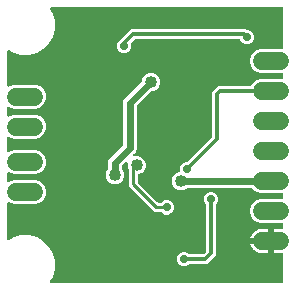
<source format=gbr>
G04 EAGLE Gerber RS-274X export*
G75*
%MOMM*%
%FSLAX34Y34*%
%LPD*%
%INBottom Copper*%
%IPPOS*%
%AMOC8*
5,1,8,0,0,1.08239X$1,22.5*%
G01*
%ADD10C,1.524000*%
%ADD11C,1.016000*%
%ADD12C,0.609600*%
%ADD13C,0.304800*%
%ADD14C,0.711200*%
%ADD15C,0.254000*%

G36*
X242688Y10176D02*
X242688Y10176D01*
X242807Y10183D01*
X242845Y10196D01*
X242886Y10201D01*
X242996Y10244D01*
X243109Y10281D01*
X243144Y10303D01*
X243181Y10318D01*
X243277Y10387D01*
X243378Y10451D01*
X243406Y10481D01*
X243439Y10504D01*
X243515Y10596D01*
X243596Y10683D01*
X243616Y10718D01*
X243641Y10749D01*
X243692Y10857D01*
X243750Y10961D01*
X243760Y11001D01*
X243777Y11037D01*
X243799Y11154D01*
X243829Y11269D01*
X243833Y11329D01*
X243837Y11349D01*
X243835Y11370D01*
X243839Y11430D01*
X243839Y34349D01*
X243832Y34408D01*
X243834Y34467D01*
X243812Y34565D01*
X243799Y34664D01*
X243777Y34720D01*
X243765Y34778D01*
X243719Y34867D01*
X243682Y34960D01*
X243647Y35008D01*
X243620Y35061D01*
X243554Y35136D01*
X243496Y35217D01*
X243450Y35255D01*
X243410Y35300D01*
X243328Y35356D01*
X243251Y35420D01*
X243197Y35445D01*
X243147Y35479D01*
X243053Y35513D01*
X242963Y35556D01*
X242904Y35567D01*
X242848Y35587D01*
X242749Y35597D01*
X242651Y35615D01*
X242591Y35612D01*
X242532Y35617D01*
X242371Y35602D01*
X242100Y35559D01*
X236219Y35559D01*
X236219Y44450D01*
X236204Y44568D01*
X236197Y44687D01*
X236184Y44725D01*
X236179Y44765D01*
X236136Y44876D01*
X236099Y44989D01*
X236077Y45023D01*
X236062Y45061D01*
X235992Y45157D01*
X235929Y45258D01*
X235899Y45286D01*
X235875Y45318D01*
X235784Y45394D01*
X235697Y45476D01*
X235662Y45495D01*
X235631Y45521D01*
X235523Y45572D01*
X235419Y45629D01*
X235379Y45640D01*
X235343Y45657D01*
X235226Y45679D01*
X235111Y45709D01*
X235050Y45713D01*
X235030Y45717D01*
X235010Y45715D01*
X234950Y45719D01*
X233679Y45719D01*
X233679Y45721D01*
X234950Y45721D01*
X235068Y45736D01*
X235187Y45743D01*
X235225Y45756D01*
X235265Y45761D01*
X235376Y45805D01*
X235489Y45841D01*
X235524Y45863D01*
X235561Y45878D01*
X235657Y45948D01*
X235758Y46011D01*
X235786Y46041D01*
X235819Y46065D01*
X235894Y46156D01*
X235976Y46243D01*
X235996Y46278D01*
X236021Y46310D01*
X236072Y46417D01*
X236130Y46522D01*
X236140Y46561D01*
X236157Y46597D01*
X236179Y46714D01*
X236209Y46829D01*
X236213Y46890D01*
X236217Y46910D01*
X236215Y46930D01*
X236219Y46990D01*
X236219Y55881D01*
X242100Y55881D01*
X242371Y55838D01*
X242431Y55836D01*
X242490Y55825D01*
X242589Y55831D01*
X242689Y55828D01*
X242747Y55841D01*
X242807Y55844D01*
X242902Y55875D01*
X243000Y55897D01*
X243053Y55924D01*
X243109Y55942D01*
X243194Y55996D01*
X243283Y56041D01*
X243328Y56081D01*
X243378Y56113D01*
X243447Y56185D01*
X243522Y56251D01*
X243555Y56301D01*
X243596Y56344D01*
X243644Y56432D01*
X243701Y56514D01*
X243721Y56571D01*
X243750Y56623D01*
X243775Y56719D01*
X243809Y56814D01*
X243814Y56873D01*
X243829Y56931D01*
X243836Y57038D01*
X243837Y57042D01*
X243836Y57047D01*
X243839Y57091D01*
X243839Y59690D01*
X243824Y59808D01*
X243817Y59927D01*
X243804Y59965D01*
X243799Y60006D01*
X243756Y60116D01*
X243719Y60229D01*
X243697Y60264D01*
X243682Y60301D01*
X243613Y60397D01*
X243549Y60498D01*
X243519Y60526D01*
X243496Y60559D01*
X243404Y60635D01*
X243317Y60716D01*
X243282Y60736D01*
X243251Y60761D01*
X243143Y60812D01*
X243039Y60870D01*
X242999Y60880D01*
X242963Y60897D01*
X242846Y60919D01*
X242731Y60949D01*
X242671Y60953D01*
X242651Y60957D01*
X242630Y60955D01*
X242570Y60959D01*
X224039Y60959D01*
X220304Y62506D01*
X217446Y65364D01*
X215899Y69099D01*
X215899Y73141D01*
X217446Y76876D01*
X220304Y79734D01*
X224039Y81281D01*
X242570Y81281D01*
X242688Y81296D01*
X242807Y81303D01*
X242845Y81316D01*
X242886Y81321D01*
X242996Y81364D01*
X243109Y81401D01*
X243144Y81423D01*
X243181Y81438D01*
X243277Y81507D01*
X243378Y81571D01*
X243406Y81601D01*
X243439Y81624D01*
X243515Y81716D01*
X243596Y81803D01*
X243616Y81838D01*
X243641Y81869D01*
X243692Y81977D01*
X243750Y82081D01*
X243760Y82121D01*
X243777Y82157D01*
X243799Y82274D01*
X243829Y82389D01*
X243833Y82449D01*
X243837Y82469D01*
X243835Y82490D01*
X243839Y82550D01*
X243839Y85090D01*
X243824Y85208D01*
X243817Y85327D01*
X243804Y85365D01*
X243799Y85406D01*
X243756Y85516D01*
X243719Y85629D01*
X243697Y85664D01*
X243682Y85701D01*
X243613Y85797D01*
X243549Y85898D01*
X243519Y85926D01*
X243496Y85959D01*
X243404Y86035D01*
X243317Y86116D01*
X243282Y86136D01*
X243251Y86161D01*
X243143Y86212D01*
X243039Y86270D01*
X242999Y86280D01*
X242963Y86297D01*
X242846Y86319D01*
X242731Y86349D01*
X242671Y86353D01*
X242651Y86357D01*
X242630Y86355D01*
X242570Y86359D01*
X224039Y86359D01*
X220304Y87906D01*
X217651Y90560D01*
X217573Y90620D01*
X217501Y90688D01*
X217448Y90717D01*
X217400Y90754D01*
X217309Y90794D01*
X217222Y90842D01*
X217164Y90857D01*
X217108Y90881D01*
X217010Y90896D01*
X216914Y90921D01*
X216814Y90927D01*
X216794Y90931D01*
X216782Y90929D01*
X216754Y90931D01*
X163194Y90931D01*
X163096Y90919D01*
X162997Y90916D01*
X162939Y90899D01*
X162879Y90891D01*
X162787Y90855D01*
X162692Y90827D01*
X162639Y90797D01*
X162583Y90774D01*
X162503Y90716D01*
X162418Y90666D01*
X162342Y90600D01*
X162326Y90588D01*
X162318Y90578D01*
X162297Y90560D01*
X161797Y90059D01*
X158996Y88899D01*
X155964Y88899D01*
X153163Y90059D01*
X151019Y92203D01*
X149859Y95004D01*
X149859Y98036D01*
X151019Y100837D01*
X153163Y102981D01*
X155687Y104026D01*
X155790Y104085D01*
X155897Y104137D01*
X155928Y104163D01*
X155963Y104183D01*
X156049Y104266D01*
X156139Y104344D01*
X156162Y104376D01*
X156191Y104405D01*
X156253Y104506D01*
X156322Y104604D01*
X156336Y104641D01*
X156357Y104676D01*
X156392Y104789D01*
X156435Y104901D01*
X156439Y104941D01*
X156451Y104980D01*
X156457Y105098D01*
X156470Y105217D01*
X156464Y105257D01*
X156466Y105297D01*
X156463Y105312D01*
X156463Y107893D01*
X157391Y110134D01*
X159106Y111849D01*
X161347Y112777D01*
X162383Y112777D01*
X162481Y112789D01*
X162580Y112792D01*
X162638Y112809D01*
X162698Y112817D01*
X162790Y112853D01*
X162885Y112881D01*
X162937Y112911D01*
X162994Y112934D01*
X163074Y112992D01*
X163159Y113042D01*
X163235Y113108D01*
X163251Y113120D01*
X163259Y113130D01*
X163280Y113148D01*
X183524Y133392D01*
X183584Y133470D01*
X183652Y133542D01*
X183681Y133595D01*
X183718Y133643D01*
X183758Y133734D01*
X183806Y133821D01*
X183821Y133879D01*
X183845Y133935D01*
X183860Y134033D01*
X183885Y134129D01*
X183891Y134229D01*
X183895Y134249D01*
X183893Y134261D01*
X183895Y134289D01*
X183895Y171864D01*
X188816Y176785D01*
X215898Y176785D01*
X215927Y176788D01*
X215956Y176786D01*
X216084Y176808D01*
X216213Y176825D01*
X216241Y176835D01*
X216270Y176840D01*
X216388Y176894D01*
X216509Y176942D01*
X216533Y176959D01*
X216560Y176971D01*
X216661Y177052D01*
X216766Y177128D01*
X216785Y177151D01*
X216808Y177170D01*
X216886Y177273D01*
X216969Y177373D01*
X216982Y177400D01*
X216999Y177424D01*
X217070Y177568D01*
X217446Y178476D01*
X220304Y181334D01*
X224039Y182881D01*
X242570Y182881D01*
X242688Y182896D01*
X242807Y182903D01*
X242845Y182916D01*
X242886Y182921D01*
X242996Y182964D01*
X243109Y183001D01*
X243144Y183023D01*
X243181Y183038D01*
X243277Y183107D01*
X243378Y183171D01*
X243406Y183201D01*
X243439Y183224D01*
X243515Y183316D01*
X243596Y183403D01*
X243616Y183438D01*
X243641Y183469D01*
X243692Y183577D01*
X243750Y183681D01*
X243760Y183721D01*
X243777Y183757D01*
X243799Y183874D01*
X243829Y183989D01*
X243833Y184049D01*
X243837Y184069D01*
X243835Y184090D01*
X243839Y184150D01*
X243839Y186690D01*
X243824Y186808D01*
X243817Y186927D01*
X243804Y186965D01*
X243799Y187006D01*
X243756Y187116D01*
X243719Y187229D01*
X243697Y187264D01*
X243682Y187301D01*
X243613Y187397D01*
X243549Y187498D01*
X243519Y187526D01*
X243496Y187559D01*
X243404Y187635D01*
X243317Y187716D01*
X243282Y187736D01*
X243251Y187761D01*
X243143Y187812D01*
X243039Y187870D01*
X242999Y187880D01*
X242963Y187897D01*
X242846Y187919D01*
X242731Y187949D01*
X242671Y187953D01*
X242651Y187957D01*
X242630Y187955D01*
X242570Y187959D01*
X224039Y187959D01*
X220304Y189506D01*
X217446Y192364D01*
X215899Y196099D01*
X215899Y200141D01*
X217446Y203876D01*
X220304Y206734D01*
X224039Y208281D01*
X242570Y208281D01*
X242688Y208296D01*
X242807Y208303D01*
X242845Y208316D01*
X242886Y208321D01*
X242996Y208364D01*
X243109Y208401D01*
X243144Y208423D01*
X243181Y208438D01*
X243277Y208507D01*
X243378Y208571D01*
X243406Y208601D01*
X243439Y208624D01*
X243515Y208716D01*
X243596Y208803D01*
X243616Y208838D01*
X243641Y208869D01*
X243692Y208977D01*
X243750Y209081D01*
X243760Y209121D01*
X243777Y209157D01*
X243799Y209274D01*
X243829Y209389D01*
X243833Y209449D01*
X243837Y209469D01*
X243835Y209490D01*
X243839Y209550D01*
X243839Y242570D01*
X243824Y242688D01*
X243817Y242807D01*
X243804Y242845D01*
X243799Y242886D01*
X243756Y242996D01*
X243719Y243109D01*
X243697Y243144D01*
X243682Y243181D01*
X243613Y243277D01*
X243549Y243378D01*
X243519Y243406D01*
X243496Y243439D01*
X243404Y243515D01*
X243317Y243596D01*
X243282Y243616D01*
X243251Y243641D01*
X243143Y243692D01*
X243039Y243750D01*
X242999Y243760D01*
X242963Y243777D01*
X242846Y243799D01*
X242731Y243829D01*
X242671Y243833D01*
X242651Y243837D01*
X242630Y243835D01*
X242570Y243839D01*
X47853Y243839D01*
X47722Y243823D01*
X47590Y243812D01*
X47564Y243803D01*
X47538Y243799D01*
X47415Y243751D01*
X47289Y243707D01*
X47267Y243692D01*
X47242Y243682D01*
X47135Y243605D01*
X47024Y243531D01*
X47006Y243511D01*
X46985Y243496D01*
X46900Y243393D01*
X46811Y243295D01*
X46799Y243271D01*
X46782Y243251D01*
X46725Y243131D01*
X46664Y243014D01*
X46658Y242987D01*
X46646Y242963D01*
X46621Y242833D01*
X46591Y242704D01*
X46591Y242677D01*
X46586Y242651D01*
X46595Y242519D01*
X46597Y242386D01*
X46604Y242360D01*
X46606Y242333D01*
X46647Y242207D01*
X46682Y242080D01*
X46699Y242045D01*
X46704Y242031D01*
X46716Y242012D01*
X46754Y241935D01*
X48846Y238312D01*
X50561Y231912D01*
X50561Y225288D01*
X48846Y218888D01*
X45534Y213151D01*
X40849Y208466D01*
X35112Y205154D01*
X28712Y203439D01*
X22088Y203439D01*
X15688Y205154D01*
X12065Y207246D01*
X11942Y207297D01*
X11823Y207354D01*
X11796Y207359D01*
X11771Y207369D01*
X11640Y207389D01*
X11510Y207414D01*
X11484Y207412D01*
X11457Y207416D01*
X11325Y207402D01*
X11193Y207394D01*
X11167Y207386D01*
X11141Y207383D01*
X11016Y207337D01*
X10891Y207296D01*
X10868Y207281D01*
X10842Y207272D01*
X10734Y207197D01*
X10622Y207126D01*
X10603Y207106D01*
X10581Y207091D01*
X10495Y206991D01*
X10404Y206894D01*
X10391Y206870D01*
X10373Y206850D01*
X10314Y206731D01*
X10250Y206616D01*
X10244Y206589D01*
X10232Y206565D01*
X10204Y206435D01*
X10171Y206308D01*
X10169Y206269D01*
X10165Y206254D01*
X10166Y206232D01*
X10161Y206147D01*
X10161Y177841D01*
X10167Y177792D01*
X10165Y177743D01*
X10187Y177635D01*
X10201Y177526D01*
X10219Y177480D01*
X10229Y177431D01*
X10277Y177332D01*
X10318Y177230D01*
X10347Y177190D01*
X10369Y177145D01*
X10440Y177062D01*
X10504Y176973D01*
X10543Y176941D01*
X10575Y176903D01*
X10665Y176840D01*
X10749Y176770D01*
X10794Y176749D01*
X10835Y176720D01*
X10938Y176681D01*
X11037Y176635D01*
X11086Y176625D01*
X11132Y176608D01*
X11242Y176595D01*
X11349Y176575D01*
X11399Y176578D01*
X11448Y176572D01*
X11557Y176588D01*
X11667Y176595D01*
X11714Y176610D01*
X11763Y176617D01*
X11916Y176669D01*
X15759Y178261D01*
X35041Y178261D01*
X38776Y176714D01*
X41634Y173856D01*
X43181Y170121D01*
X43181Y166079D01*
X41634Y162344D01*
X38776Y159486D01*
X35041Y157939D01*
X15759Y157939D01*
X11916Y159531D01*
X11868Y159544D01*
X11823Y159565D01*
X11715Y159586D01*
X11609Y159615D01*
X11559Y159616D01*
X11510Y159625D01*
X11401Y159618D01*
X11291Y159620D01*
X11243Y159609D01*
X11193Y159605D01*
X11089Y159572D01*
X10982Y159546D01*
X10938Y159523D01*
X10891Y159507D01*
X10798Y159449D01*
X10701Y159397D01*
X10664Y159364D01*
X10622Y159337D01*
X10547Y159257D01*
X10465Y159183D01*
X10438Y159142D01*
X10404Y159106D01*
X10351Y159010D01*
X10291Y158918D01*
X10274Y158871D01*
X10250Y158827D01*
X10223Y158721D01*
X10187Y158617D01*
X10183Y158567D01*
X10171Y158519D01*
X10161Y158359D01*
X10161Y152441D01*
X10167Y152392D01*
X10165Y152343D01*
X10187Y152235D01*
X10201Y152126D01*
X10219Y152080D01*
X10229Y152031D01*
X10277Y151932D01*
X10318Y151830D01*
X10347Y151790D01*
X10369Y151745D01*
X10440Y151662D01*
X10504Y151573D01*
X10543Y151541D01*
X10575Y151503D01*
X10665Y151440D01*
X10749Y151370D01*
X10794Y151349D01*
X10835Y151320D01*
X10938Y151281D01*
X11037Y151235D01*
X11086Y151225D01*
X11132Y151208D01*
X11242Y151195D01*
X11349Y151175D01*
X11399Y151178D01*
X11448Y151172D01*
X11557Y151188D01*
X11667Y151195D01*
X11714Y151210D01*
X11763Y151217D01*
X11916Y151269D01*
X15759Y152861D01*
X35041Y152861D01*
X38776Y151314D01*
X41634Y148456D01*
X43181Y144721D01*
X43181Y140679D01*
X41634Y136944D01*
X38776Y134086D01*
X35041Y132539D01*
X15759Y132539D01*
X11916Y134131D01*
X11868Y134144D01*
X11823Y134165D01*
X11715Y134186D01*
X11609Y134215D01*
X11559Y134216D01*
X11510Y134225D01*
X11401Y134218D01*
X11291Y134220D01*
X11243Y134209D01*
X11193Y134205D01*
X11089Y134172D01*
X10982Y134146D01*
X10938Y134123D01*
X10891Y134107D01*
X10798Y134049D01*
X10701Y133997D01*
X10664Y133964D01*
X10622Y133937D01*
X10547Y133857D01*
X10465Y133783D01*
X10438Y133742D01*
X10404Y133706D01*
X10351Y133610D01*
X10291Y133518D01*
X10274Y133471D01*
X10250Y133427D01*
X10223Y133321D01*
X10187Y133217D01*
X10183Y133167D01*
X10171Y133119D01*
X10161Y132959D01*
X10161Y122241D01*
X10167Y122192D01*
X10165Y122143D01*
X10187Y122035D01*
X10201Y121926D01*
X10219Y121880D01*
X10229Y121831D01*
X10277Y121732D01*
X10318Y121630D01*
X10347Y121590D01*
X10369Y121545D01*
X10440Y121462D01*
X10504Y121373D01*
X10543Y121341D01*
X10575Y121303D01*
X10665Y121240D01*
X10749Y121170D01*
X10794Y121149D01*
X10835Y121120D01*
X10938Y121081D01*
X11037Y121035D01*
X11086Y121025D01*
X11132Y121008D01*
X11242Y120995D01*
X11349Y120975D01*
X11399Y120978D01*
X11448Y120972D01*
X11557Y120988D01*
X11667Y120995D01*
X11714Y121010D01*
X11763Y121017D01*
X11916Y121069D01*
X15759Y122661D01*
X35041Y122661D01*
X38776Y121114D01*
X41634Y118256D01*
X43181Y114521D01*
X43181Y110479D01*
X41634Y106744D01*
X38776Y103886D01*
X35041Y102339D01*
X15759Y102339D01*
X11916Y103931D01*
X11868Y103944D01*
X11823Y103965D01*
X11715Y103986D01*
X11609Y104015D01*
X11559Y104016D01*
X11510Y104025D01*
X11401Y104018D01*
X11291Y104020D01*
X11243Y104009D01*
X11193Y104005D01*
X11089Y103972D01*
X10982Y103946D01*
X10938Y103923D01*
X10891Y103907D01*
X10798Y103849D01*
X10701Y103797D01*
X10664Y103764D01*
X10622Y103737D01*
X10547Y103657D01*
X10465Y103583D01*
X10438Y103542D01*
X10404Y103506D01*
X10351Y103410D01*
X10291Y103318D01*
X10274Y103271D01*
X10250Y103227D01*
X10223Y103121D01*
X10187Y103017D01*
X10183Y102967D01*
X10171Y102919D01*
X10161Y102759D01*
X10161Y96841D01*
X10167Y96792D01*
X10165Y96743D01*
X10187Y96635D01*
X10201Y96526D01*
X10219Y96480D01*
X10229Y96431D01*
X10277Y96332D01*
X10318Y96230D01*
X10347Y96190D01*
X10369Y96145D01*
X10440Y96062D01*
X10504Y95973D01*
X10543Y95941D01*
X10575Y95903D01*
X10665Y95840D01*
X10749Y95770D01*
X10794Y95749D01*
X10835Y95720D01*
X10938Y95681D01*
X11037Y95635D01*
X11086Y95625D01*
X11132Y95608D01*
X11242Y95595D01*
X11349Y95575D01*
X11399Y95578D01*
X11448Y95572D01*
X11557Y95588D01*
X11667Y95595D01*
X11714Y95610D01*
X11763Y95617D01*
X11916Y95669D01*
X15759Y97261D01*
X35041Y97261D01*
X38776Y95714D01*
X41634Y92856D01*
X43181Y89121D01*
X43181Y85079D01*
X41634Y81344D01*
X38776Y78486D01*
X35041Y76939D01*
X15759Y76939D01*
X11916Y78531D01*
X11868Y78544D01*
X11823Y78565D01*
X11715Y78586D01*
X11609Y78615D01*
X11559Y78616D01*
X11510Y78625D01*
X11401Y78618D01*
X11291Y78620D01*
X11243Y78609D01*
X11193Y78605D01*
X11089Y78572D01*
X10982Y78546D01*
X10938Y78523D01*
X10891Y78507D01*
X10798Y78449D01*
X10701Y78397D01*
X10664Y78364D01*
X10622Y78337D01*
X10547Y78257D01*
X10465Y78183D01*
X10438Y78142D01*
X10404Y78106D01*
X10351Y78010D01*
X10291Y77918D01*
X10274Y77871D01*
X10250Y77827D01*
X10223Y77721D01*
X10187Y77617D01*
X10183Y77567D01*
X10171Y77519D01*
X10161Y77359D01*
X10161Y47853D01*
X10177Y47722D01*
X10188Y47590D01*
X10197Y47564D01*
X10201Y47538D01*
X10249Y47415D01*
X10293Y47289D01*
X10308Y47267D01*
X10318Y47242D01*
X10395Y47135D01*
X10469Y47024D01*
X10489Y47006D01*
X10504Y46985D01*
X10607Y46900D01*
X10705Y46811D01*
X10729Y46799D01*
X10749Y46782D01*
X10869Y46725D01*
X10986Y46664D01*
X11013Y46658D01*
X11037Y46646D01*
X11167Y46621D01*
X11296Y46591D01*
X11323Y46591D01*
X11349Y46586D01*
X11481Y46595D01*
X11614Y46597D01*
X11640Y46604D01*
X11667Y46606D01*
X11793Y46647D01*
X11920Y46682D01*
X11955Y46699D01*
X11969Y46704D01*
X11988Y46716D01*
X12065Y46754D01*
X15688Y48846D01*
X22088Y50561D01*
X28712Y50561D01*
X35112Y48846D01*
X40849Y45534D01*
X45534Y40849D01*
X48846Y35112D01*
X50561Y28712D01*
X50561Y22088D01*
X48846Y15688D01*
X46754Y12065D01*
X46703Y11942D01*
X46646Y11823D01*
X46641Y11796D01*
X46631Y11771D01*
X46611Y11640D01*
X46586Y11510D01*
X46588Y11484D01*
X46584Y11457D01*
X46598Y11325D01*
X46606Y11193D01*
X46614Y11167D01*
X46617Y11141D01*
X46663Y11016D01*
X46704Y10891D01*
X46719Y10868D01*
X46728Y10842D01*
X46803Y10734D01*
X46874Y10622D01*
X46894Y10603D01*
X46909Y10581D01*
X47009Y10495D01*
X47106Y10404D01*
X47130Y10391D01*
X47150Y10373D01*
X47269Y10314D01*
X47384Y10250D01*
X47411Y10244D01*
X47435Y10232D01*
X47565Y10204D01*
X47692Y10171D01*
X47731Y10169D01*
X47746Y10165D01*
X47768Y10166D01*
X47853Y10161D01*
X242570Y10161D01*
X242688Y10176D01*
G37*
%LPC*%
G36*
X144202Y68198D02*
X144202Y68198D01*
X141961Y69126D01*
X140975Y70113D01*
X140897Y70173D01*
X140825Y70241D01*
X140772Y70270D01*
X140724Y70307D01*
X140633Y70347D01*
X140547Y70395D01*
X140488Y70410D01*
X140432Y70434D01*
X140334Y70449D01*
X140239Y70474D01*
X140139Y70480D01*
X140118Y70484D01*
X140106Y70482D01*
X140078Y70484D01*
X134693Y70484D01*
X113029Y92148D01*
X113029Y106120D01*
X113028Y106129D01*
X113029Y106139D01*
X113008Y106287D01*
X112989Y106436D01*
X112986Y106444D01*
X112985Y106453D01*
X112933Y106606D01*
X112267Y108212D01*
X112267Y111459D01*
X112250Y111597D01*
X112237Y111736D01*
X112230Y111755D01*
X112227Y111775D01*
X112176Y111904D01*
X112129Y112035D01*
X112118Y112052D01*
X112110Y112071D01*
X112029Y112183D01*
X111951Y112298D01*
X111935Y112312D01*
X111924Y112328D01*
X111816Y112417D01*
X111712Y112509D01*
X111694Y112518D01*
X111679Y112531D01*
X111553Y112590D01*
X111429Y112653D01*
X111409Y112658D01*
X111391Y112666D01*
X111255Y112692D01*
X111119Y112723D01*
X111098Y112722D01*
X111079Y112726D01*
X110940Y112717D01*
X110801Y112713D01*
X110781Y112708D01*
X110761Y112706D01*
X110629Y112664D01*
X110495Y112625D01*
X110478Y112615D01*
X110459Y112608D01*
X110341Y112534D01*
X110221Y112463D01*
X110200Y112445D01*
X110190Y112438D01*
X110176Y112423D01*
X110101Y112357D01*
X107560Y109817D01*
X107500Y109739D01*
X107432Y109666D01*
X107403Y109613D01*
X107366Y109566D01*
X107326Y109475D01*
X107278Y109388D01*
X107263Y109329D01*
X107239Y109274D01*
X107224Y109176D01*
X107199Y109080D01*
X107193Y108980D01*
X107189Y108960D01*
X107191Y108947D01*
X107189Y108919D01*
X107189Y107314D01*
X107201Y107216D01*
X107204Y107117D01*
X107221Y107059D01*
X107229Y106999D01*
X107265Y106907D01*
X107293Y106812D01*
X107323Y106759D01*
X107346Y106703D01*
X107404Y106623D01*
X107454Y106538D01*
X107520Y106462D01*
X107532Y106446D01*
X107542Y106438D01*
X107560Y106417D01*
X108061Y105917D01*
X109221Y103116D01*
X109221Y100084D01*
X108061Y97283D01*
X105917Y95139D01*
X103116Y93979D01*
X100084Y93979D01*
X97283Y95139D01*
X95139Y97283D01*
X93979Y100084D01*
X93979Y103116D01*
X95139Y105917D01*
X95640Y106417D01*
X95700Y106495D01*
X95768Y106567D01*
X95797Y106620D01*
X95834Y106668D01*
X95874Y106759D01*
X95922Y106846D01*
X95937Y106904D01*
X95961Y106960D01*
X95976Y107058D01*
X96001Y107154D01*
X96007Y107254D01*
X96011Y107274D01*
X96009Y107286D01*
X96011Y107314D01*
X96011Y112872D01*
X96862Y114926D01*
X108340Y126403D01*
X108400Y126481D01*
X108468Y126554D01*
X108497Y126607D01*
X108534Y126654D01*
X108574Y126745D01*
X108622Y126832D01*
X108637Y126891D01*
X108661Y126946D01*
X108676Y127044D01*
X108701Y127140D01*
X108707Y127240D01*
X108711Y127260D01*
X108709Y127273D01*
X108711Y127301D01*
X108711Y163672D01*
X109562Y165726D01*
X124088Y180251D01*
X124148Y180329D01*
X124216Y180402D01*
X124245Y180455D01*
X124282Y180502D01*
X124322Y180593D01*
X124370Y180680D01*
X124385Y180739D01*
X124409Y180794D01*
X124424Y180892D01*
X124449Y180988D01*
X124455Y181088D01*
X124459Y181108D01*
X124457Y181121D01*
X124459Y181149D01*
X124459Y181856D01*
X125619Y184657D01*
X127763Y186801D01*
X130564Y187961D01*
X133596Y187961D01*
X136397Y186801D01*
X138541Y184657D01*
X139701Y181856D01*
X139701Y178824D01*
X138541Y176023D01*
X136397Y173879D01*
X133596Y172719D01*
X132889Y172719D01*
X132790Y172707D01*
X132691Y172704D01*
X132633Y172687D01*
X132573Y172679D01*
X132481Y172643D01*
X132386Y172615D01*
X132334Y172585D01*
X132277Y172562D01*
X132197Y172504D01*
X132112Y172454D01*
X132037Y172388D01*
X132020Y172376D01*
X132012Y172366D01*
X131991Y172348D01*
X120260Y160617D01*
X120200Y160539D01*
X120132Y160466D01*
X120103Y160413D01*
X120066Y160366D01*
X120026Y160275D01*
X119978Y160188D01*
X119963Y160129D01*
X119939Y160074D01*
X119924Y159976D01*
X119899Y159880D01*
X119893Y159780D01*
X119889Y159760D01*
X119891Y159747D01*
X119889Y159719D01*
X119889Y123348D01*
X119038Y121294D01*
X117287Y119544D01*
X117260Y119516D01*
X117174Y119406D01*
X117085Y119299D01*
X117077Y119280D01*
X117065Y119265D01*
X117009Y119137D01*
X116950Y119011D01*
X116946Y118991D01*
X116938Y118973D01*
X116916Y118835D01*
X116890Y118698D01*
X116891Y118679D01*
X116888Y118659D01*
X116901Y118520D01*
X116910Y118381D01*
X116916Y118362D01*
X116918Y118342D01*
X116965Y118211D01*
X117008Y118079D01*
X117018Y118062D01*
X117025Y118043D01*
X117103Y117928D01*
X117178Y117810D01*
X117192Y117796D01*
X117204Y117780D01*
X117308Y117688D01*
X117409Y117592D01*
X117427Y117582D01*
X117442Y117569D01*
X117566Y117506D01*
X117688Y117438D01*
X117707Y117433D01*
X117725Y117424D01*
X117861Y117394D01*
X117996Y117359D01*
X118023Y117357D01*
X118035Y117355D01*
X118056Y117355D01*
X118157Y117349D01*
X121404Y117349D01*
X124205Y116189D01*
X126349Y114045D01*
X127509Y111244D01*
X127509Y108212D01*
X126349Y105411D01*
X124205Y103267D01*
X121434Y102120D01*
X121409Y102105D01*
X121381Y102096D01*
X121271Y102027D01*
X121158Y101962D01*
X121137Y101942D01*
X121112Y101926D01*
X121023Y101831D01*
X120930Y101741D01*
X120914Y101716D01*
X120894Y101694D01*
X120831Y101581D01*
X120763Y101470D01*
X120755Y101442D01*
X120740Y101416D01*
X120708Y101290D01*
X120670Y101166D01*
X120668Y101137D01*
X120661Y101108D01*
X120651Y100947D01*
X120651Y95830D01*
X120663Y95732D01*
X120666Y95633D01*
X120683Y95575D01*
X120691Y95515D01*
X120727Y95423D01*
X120755Y95327D01*
X120785Y95275D01*
X120808Y95219D01*
X120866Y95139D01*
X120916Y95054D01*
X120982Y94978D01*
X120994Y94962D01*
X121004Y94954D01*
X121022Y94933D01*
X137478Y78477D01*
X137556Y78417D01*
X137628Y78349D01*
X137681Y78320D01*
X137729Y78283D01*
X137820Y78243D01*
X137907Y78195D01*
X137965Y78180D01*
X138021Y78156D01*
X138119Y78141D01*
X138215Y78116D01*
X138315Y78110D01*
X138335Y78106D01*
X138347Y78108D01*
X138375Y78106D01*
X140078Y78106D01*
X140176Y78118D01*
X140275Y78121D01*
X140333Y78138D01*
X140393Y78146D01*
X140486Y78182D01*
X140581Y78210D01*
X140633Y78240D01*
X140689Y78263D01*
X140769Y78321D01*
X140855Y78371D01*
X140930Y78437D01*
X140946Y78449D01*
X140954Y78459D01*
X140975Y78477D01*
X141961Y79464D01*
X144202Y80392D01*
X146628Y80392D01*
X148869Y79464D01*
X150584Y77749D01*
X151512Y75508D01*
X151512Y73082D01*
X150584Y70841D01*
X148869Y69126D01*
X146628Y68198D01*
X144202Y68198D01*
G37*
%LPD*%
%LPC*%
G36*
X108007Y204723D02*
X108007Y204723D01*
X105766Y205651D01*
X104051Y207366D01*
X103123Y209607D01*
X103123Y212033D01*
X104051Y214274D01*
X105766Y215989D01*
X106103Y216128D01*
X106111Y216133D01*
X106120Y216135D01*
X106248Y216211D01*
X106379Y216285D01*
X106386Y216292D01*
X106394Y216297D01*
X106515Y216403D01*
X112404Y222292D01*
X115156Y225045D01*
X212504Y225045D01*
X212640Y224908D01*
X212718Y224848D01*
X212790Y224780D01*
X212843Y224751D01*
X212891Y224714D01*
X212982Y224674D01*
X213069Y224626D01*
X213127Y224611D01*
X213183Y224587D01*
X213281Y224572D01*
X213377Y224547D01*
X213477Y224541D01*
X213497Y224537D01*
X213509Y224539D01*
X213537Y224537D01*
X214573Y224537D01*
X216814Y223609D01*
X218529Y221894D01*
X219457Y219653D01*
X219457Y217227D01*
X218529Y214986D01*
X216814Y213271D01*
X214573Y212343D01*
X212147Y212343D01*
X209906Y213271D01*
X208191Y214986D01*
X207717Y216132D01*
X207702Y216157D01*
X207693Y216185D01*
X207624Y216295D01*
X207560Y216408D01*
X207539Y216429D01*
X207523Y216454D01*
X207429Y216543D01*
X207338Y216636D01*
X207313Y216652D01*
X207292Y216672D01*
X207178Y216735D01*
X207067Y216803D01*
X207039Y216811D01*
X207013Y216826D01*
X206887Y216858D01*
X206763Y216896D01*
X206734Y216898D01*
X206705Y216905D01*
X206544Y216915D01*
X119049Y216915D01*
X118951Y216903D01*
X118852Y216900D01*
X118794Y216883D01*
X118734Y216875D01*
X118642Y216839D01*
X118547Y216811D01*
X118495Y216781D01*
X118438Y216758D01*
X118358Y216700D01*
X118273Y216650D01*
X118197Y216584D01*
X118181Y216572D01*
X118173Y216562D01*
X118152Y216544D01*
X115426Y213817D01*
X115408Y213794D01*
X115385Y213775D01*
X115310Y213669D01*
X115231Y213566D01*
X115219Y213539D01*
X115202Y213515D01*
X115156Y213393D01*
X115104Y213274D01*
X115100Y213245D01*
X115089Y213217D01*
X115075Y213088D01*
X115055Y212960D01*
X115057Y212931D01*
X115054Y212901D01*
X115072Y212773D01*
X115084Y212643D01*
X115094Y212616D01*
X115098Y212586D01*
X115151Y212434D01*
X115317Y212033D01*
X115317Y209607D01*
X114389Y207366D01*
X112674Y205651D01*
X110433Y204723D01*
X108007Y204723D01*
G37*
%LPD*%
%LPC*%
G36*
X158807Y24383D02*
X158807Y24383D01*
X156566Y25311D01*
X154851Y27026D01*
X153923Y29267D01*
X153923Y31693D01*
X154851Y33934D01*
X156566Y35649D01*
X158807Y36577D01*
X161233Y36577D01*
X163474Y35649D01*
X164206Y34916D01*
X164284Y34856D01*
X164356Y34788D01*
X164409Y34759D01*
X164457Y34722D01*
X164548Y34682D01*
X164634Y34634D01*
X164693Y34619D01*
X164749Y34595D01*
X164847Y34580D01*
X164942Y34555D01*
X165042Y34549D01*
X165063Y34545D01*
X165075Y34547D01*
X165103Y34545D01*
X175591Y34545D01*
X175689Y34557D01*
X175788Y34560D01*
X175846Y34577D01*
X175906Y34585D01*
X175998Y34621D01*
X176093Y34649D01*
X176145Y34679D01*
X176202Y34702D01*
X176282Y34760D01*
X176367Y34810D01*
X176443Y34876D01*
X176459Y34888D01*
X176467Y34898D01*
X176488Y34916D01*
X178444Y36872D01*
X178504Y36950D01*
X178572Y37022D01*
X178601Y37075D01*
X178638Y37123D01*
X178678Y37214D01*
X178726Y37301D01*
X178741Y37359D01*
X178765Y37415D01*
X178780Y37513D01*
X178805Y37609D01*
X178811Y37709D01*
X178815Y37729D01*
X178813Y37741D01*
X178815Y37769D01*
X178815Y76197D01*
X178803Y76295D01*
X178800Y76394D01*
X178783Y76452D01*
X178775Y76512D01*
X178739Y76605D01*
X178711Y76700D01*
X178681Y76752D01*
X178658Y76808D01*
X178600Y76888D01*
X178550Y76974D01*
X178484Y77049D01*
X178472Y77065D01*
X178462Y77073D01*
X178444Y77094D01*
X177711Y77826D01*
X176783Y80067D01*
X176783Y82493D01*
X177711Y84734D01*
X179426Y86449D01*
X181667Y87377D01*
X184093Y87377D01*
X186334Y86449D01*
X188049Y84734D01*
X188977Y82493D01*
X188977Y80067D01*
X188049Y77826D01*
X187316Y77094D01*
X187256Y77016D01*
X187188Y76944D01*
X187159Y76891D01*
X187122Y76843D01*
X187082Y76752D01*
X187034Y76666D01*
X187019Y76607D01*
X186995Y76551D01*
X186980Y76453D01*
X186955Y76358D01*
X186949Y76258D01*
X186945Y76237D01*
X186947Y76225D01*
X186945Y76197D01*
X186945Y33876D01*
X179484Y26415D01*
X165103Y26415D01*
X165005Y26403D01*
X164906Y26400D01*
X164848Y26383D01*
X164788Y26375D01*
X164695Y26339D01*
X164600Y26311D01*
X164548Y26281D01*
X164492Y26258D01*
X164412Y26200D01*
X164326Y26150D01*
X164251Y26084D01*
X164235Y26072D01*
X164227Y26062D01*
X164206Y26044D01*
X163474Y25311D01*
X161233Y24383D01*
X158807Y24383D01*
G37*
%LPD*%
%LPC*%
G36*
X216201Y48259D02*
X216201Y48259D01*
X216644Y49620D01*
X217370Y51045D01*
X218310Y52339D01*
X219441Y53470D01*
X220735Y54410D01*
X222160Y55136D01*
X223681Y55631D01*
X225260Y55881D01*
X231141Y55881D01*
X231141Y48259D01*
X216201Y48259D01*
G37*
%LPD*%
%LPC*%
G36*
X225260Y35559D02*
X225260Y35559D01*
X223681Y35809D01*
X222160Y36304D01*
X220735Y37030D01*
X219441Y37970D01*
X218310Y39101D01*
X217370Y40395D01*
X216644Y41820D01*
X216201Y43181D01*
X231141Y43181D01*
X231141Y35559D01*
X225260Y35559D01*
G37*
%LPD*%
D10*
X17780Y168100D02*
X33020Y168100D01*
X33020Y142700D02*
X17780Y142700D01*
X17780Y87100D02*
X33020Y87100D01*
X33020Y112500D02*
X17780Y112500D01*
X226060Y198120D02*
X241300Y198120D01*
X241300Y172720D02*
X226060Y172720D01*
X226060Y147320D02*
X241300Y147320D01*
X241300Y121920D02*
X226060Y121920D01*
X226060Y96520D02*
X241300Y96520D01*
X241300Y71120D02*
X226060Y71120D01*
X226060Y45720D02*
X241300Y45720D01*
D11*
X51054Y46736D03*
X215900Y20320D03*
X70866Y223266D03*
X137160Y195580D03*
X93980Y152400D03*
X91440Y124460D03*
X45974Y101092D03*
D12*
X157480Y96520D02*
X233680Y96520D01*
D11*
X157480Y96520D03*
X101600Y101600D03*
D12*
X101600Y111760D01*
X114300Y124460D01*
X114300Y162560D01*
X132080Y180340D01*
D11*
X132080Y180340D03*
D13*
X190500Y172720D02*
X233680Y172720D01*
X190500Y172720D02*
X187960Y170180D01*
X187960Y132080D01*
X162560Y106680D01*
D14*
X162560Y106680D03*
X160020Y30480D03*
D13*
X177800Y30480D01*
X182880Y35560D01*
X182880Y81280D01*
D14*
X182880Y81280D03*
X109220Y210820D03*
D13*
X109220Y213360D01*
X116840Y220980D01*
X210820Y220980D01*
X213360Y218440D01*
D14*
X213360Y218440D03*
X145415Y74295D03*
D15*
X136271Y74295D01*
X116840Y93726D02*
X116840Y106680D01*
X119888Y109728D01*
D11*
X119888Y109728D03*
D15*
X116840Y93726D02*
X136271Y74295D01*
M02*

</source>
